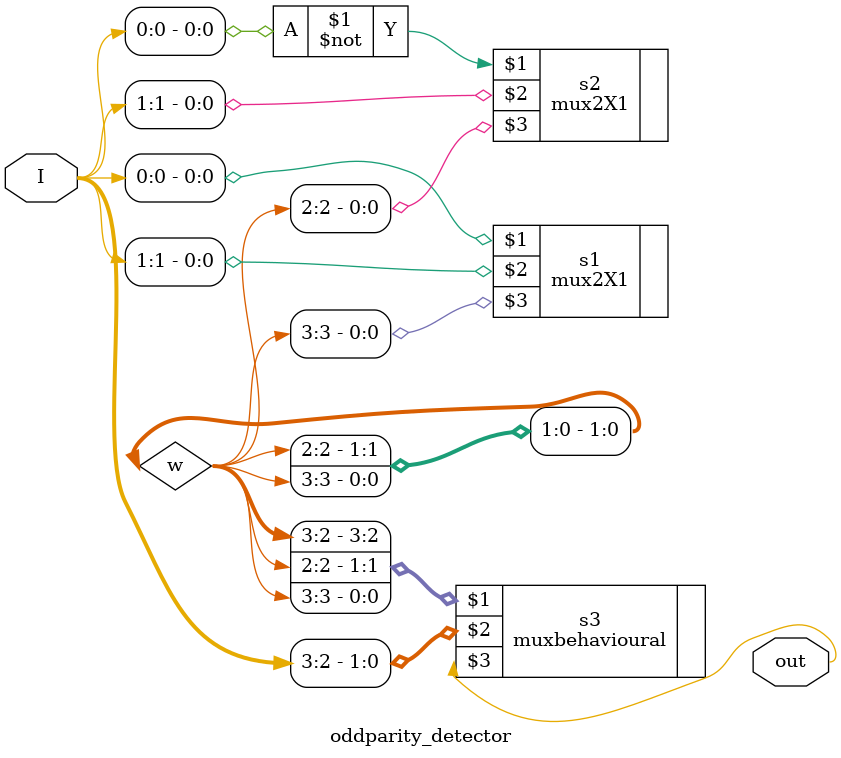
<source format=v>
module oddparity_detector(I,out);
input [3:0]I;
output out;
wire [3:0]w;
mux2X1 s1(I[0],I[1],w[0]);
mux2X1 s2(~I[0],I[1],w[1]);
assign w[3]=w[0];
assign w[2]=w[1];
muxbehavioural s3(w,I[3:2],out);
endmodule

</source>
